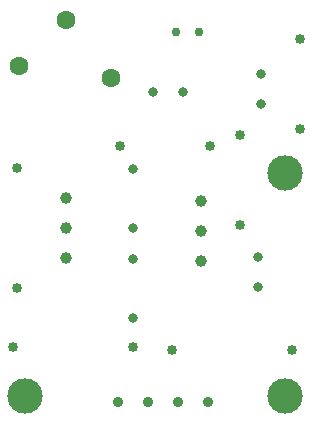
<source format=gbr>
%TF.GenerationSoftware,Altium Limited,Altium Designer,23.7.1 (13)*%
G04 Layer_Color=0*
%FSLAX45Y45*%
%MOMM*%
%TF.SameCoordinates,8B45DB0F-F0D4-485E-9900-1B50B3984352*%
%TF.FilePolarity,Positive*%
%TF.FileFunction,Plated,1,2,PTH,Drill*%
%TF.Part,Single*%
G01*
G75*
%TA.AperFunction,ComponentDrill*%
%ADD42C,1.60020*%
%ADD43C,0.76200*%
%ADD44C,0.80000*%
%ADD45C,0.90000*%
%ADD46C,0.85000*%
%ADD47C,0.80000*%
%TA.AperFunction,OtherDrill,Pad Free-1 (27.559mm,93.472mm)*%
%ADD48C,3.00000*%
%TA.AperFunction,OtherDrill,Pad Free-1 (49.53mm,93.472mm)*%
%ADD49C,3.00000*%
%TA.AperFunction,OtherDrill,Pad Free-1 (49.53mm,112.395mm)*%
%ADD50C,3.00000*%
%TA.AperFunction,ComponentDrill*%
%ADD51C,0.85000*%
%ADD52C,1.00000*%
D42*
X2702560Y12138660D02*
D03*
X3479800Y12037060D02*
D03*
X3098800Y12534900D02*
D03*
D43*
X4029100Y12433300D02*
D03*
X4229100D02*
D03*
D44*
X3670301Y10511600D02*
D03*
X3670299Y10011600D02*
D03*
Y10773600D02*
D03*
X3670301Y11273600D02*
D03*
X4089400Y11925300D02*
D03*
X3835400D02*
D03*
D45*
X4305300Y9301480D02*
D03*
X4051300D02*
D03*
X3797300D02*
D03*
X3543300D02*
D03*
D46*
X5016500Y9740900D02*
D03*
X4000500D02*
D03*
X2654300Y9766300D02*
D03*
X3670300D02*
D03*
X4318000Y11468100D02*
D03*
X3556000D02*
D03*
D47*
X4724400Y10274300D02*
D03*
Y10528300D02*
D03*
X4749800Y11823700D02*
D03*
Y12077700D02*
D03*
D48*
X2755900Y9347200D02*
D03*
D49*
X4953000D02*
D03*
D50*
Y11239500D02*
D03*
D51*
X4572000Y10795000D02*
D03*
Y11557000D02*
D03*
X2689700Y10261600D02*
D03*
Y11277600D02*
D03*
X5080000Y12369800D02*
D03*
Y11607800D02*
D03*
D52*
X4241800Y10998200D02*
D03*
Y10744200D02*
D03*
Y10490200D02*
D03*
X3098800Y10515600D02*
D03*
Y10769600D02*
D03*
Y11023600D02*
D03*
%TF.MD5,acadbd5f54ac98252a9520d467ca3d49*%
M02*

</source>
